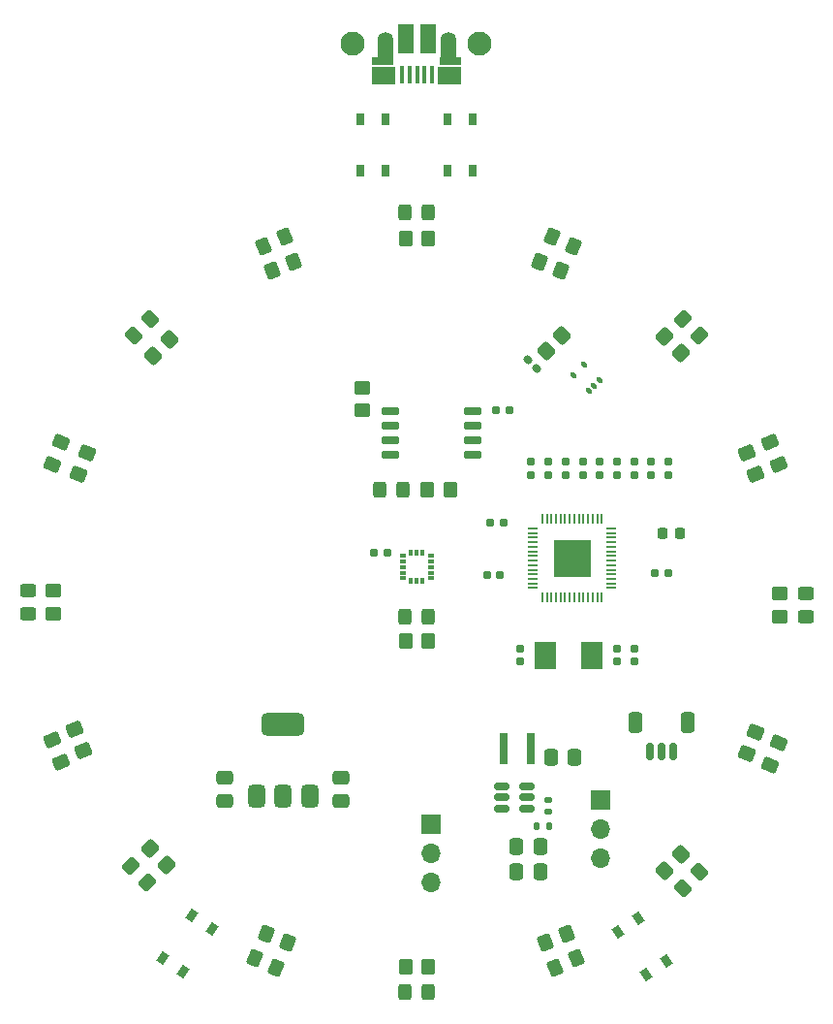
<source format=gbr>
%TF.GenerationSoftware,KiCad,Pcbnew,8.0.6*%
%TF.CreationDate,2024-11-26T17:38:28-05:00*%
%TF.ProjectId,Christmas Ornament 2024,43687269-7374-46d6-9173-204f726e616d,rev?*%
%TF.SameCoordinates,Original*%
%TF.FileFunction,Soldermask,Top*%
%TF.FilePolarity,Negative*%
%FSLAX46Y46*%
G04 Gerber Fmt 4.6, Leading zero omitted, Abs format (unit mm)*
G04 Created by KiCad (PCBNEW 8.0.6) date 2024-11-26 17:38:28*
%MOMM*%
%LPD*%
G01*
G04 APERTURE LIST*
G04 Aperture macros list*
%AMRoundRect*
0 Rectangle with rounded corners*
0 $1 Rounding radius*
0 $2 $3 $4 $5 $6 $7 $8 $9 X,Y pos of 4 corners*
0 Add a 4 corners polygon primitive as box body*
4,1,4,$2,$3,$4,$5,$6,$7,$8,$9,$2,$3,0*
0 Add four circle primitives for the rounded corners*
1,1,$1+$1,$2,$3*
1,1,$1+$1,$4,$5*
1,1,$1+$1,$6,$7*
1,1,$1+$1,$8,$9*
0 Add four rect primitives between the rounded corners*
20,1,$1+$1,$2,$3,$4,$5,0*
20,1,$1+$1,$4,$5,$6,$7,0*
20,1,$1+$1,$6,$7,$8,$9,0*
20,1,$1+$1,$8,$9,$2,$3,0*%
%AMRotRect*
0 Rectangle, with rotation*
0 The origin of the aperture is its center*
0 $1 length*
0 $2 width*
0 $3 Rotation angle, in degrees counterclockwise*
0 Add horizontal line*
21,1,$1,$2,0,0,$3*%
G04 Aperture macros list end*
%ADD10C,2.100000*%
%ADD11RoundRect,0.155000X-0.155000X0.212500X-0.155000X-0.212500X0.155000X-0.212500X0.155000X0.212500X0*%
%ADD12RoundRect,0.250000X0.088388X-0.548008X0.548008X-0.088388X-0.088388X0.548008X-0.548008X0.088388X0*%
%ADD13RoundRect,0.155000X0.155000X-0.212500X0.155000X0.212500X-0.155000X0.212500X-0.155000X-0.212500X0*%
%ADD14RoundRect,0.250000X0.548008X0.088388X0.088388X0.548008X-0.548008X-0.088388X-0.088388X-0.548008X0*%
%ADD15RoundRect,0.250000X0.450000X-0.350000X0.450000X0.350000X-0.450000X0.350000X-0.450000X-0.350000X0*%
%ADD16RoundRect,0.150000X-0.650000X-0.150000X0.650000X-0.150000X0.650000X0.150000X-0.650000X0.150000X0*%
%ADD17R,0.700000X1.000000*%
%ADD18RoundRect,0.135000X-0.185000X0.135000X-0.185000X-0.135000X0.185000X-0.135000X0.185000X0.135000X0*%
%ADD19RoundRect,0.150000X-0.150000X-0.625000X0.150000X-0.625000X0.150000X0.625000X-0.150000X0.625000X0*%
%ADD20RoundRect,0.250000X-0.350000X-0.650000X0.350000X-0.650000X0.350000X0.650000X-0.350000X0.650000X0*%
%ADD21RoundRect,0.250000X0.549685X-0.151150X0.281807X0.495565X-0.549685X0.151150X-0.281807X-0.495565X0*%
%ADD22RoundRect,0.155000X0.212500X0.155000X-0.212500X0.155000X-0.212500X-0.155000X0.212500X-0.155000X0*%
%ADD23RoundRect,0.135000X0.135000X0.185000X-0.135000X0.185000X-0.135000X-0.185000X0.135000X-0.185000X0*%
%ADD24RoundRect,0.155000X-0.212500X-0.155000X0.212500X-0.155000X0.212500X0.155000X-0.212500X0.155000X0*%
%ADD25RoundRect,0.250000X0.472468X0.291374X-0.128053X0.540118X-0.472468X-0.291374X0.128053X-0.540118X0*%
%ADD26RoundRect,0.100000X0.229810X-0.088388X-0.088388X0.229810X-0.229810X0.088388X0.088388X-0.229810X0*%
%ADD27RotRect,1.000000X0.700000X303.750000*%
%ADD28RoundRect,0.150000X-0.512500X-0.150000X0.512500X-0.150000X0.512500X0.150000X-0.512500X0.150000X0*%
%ADD29RoundRect,0.250000X0.540118X-0.128053X0.291374X0.472468X-0.540118X0.128053X-0.291374X-0.472468X0*%
%ADD30RoundRect,0.250000X0.475000X-0.337500X0.475000X0.337500X-0.475000X0.337500X-0.475000X-0.337500X0*%
%ADD31RoundRect,0.250000X-0.472468X-0.291374X0.128053X-0.540118X0.472468X0.291374X-0.128053X0.540118X0*%
%ADD32RoundRect,0.250000X-0.088388X0.548008X-0.548008X0.088388X0.088388X-0.548008X0.548008X-0.088388X0*%
%ADD33R,0.800000X2.700000*%
%ADD34RoundRect,0.250000X-0.337500X-0.475000X0.337500X-0.475000X0.337500X0.475000X-0.337500X0.475000X0*%
%ADD35RoundRect,0.250000X-0.325000X-0.450000X0.325000X-0.450000X0.325000X0.450000X-0.325000X0.450000X0*%
%ADD36RoundRect,0.250000X-0.565685X-0.070711X-0.070711X-0.565685X0.565685X0.070711X0.070711X0.565685X0*%
%ADD37RoundRect,0.250000X-0.281807X0.495565X-0.549685X-0.151150X0.281807X-0.495565X0.549685X0.151150X0*%
%ADD38RoundRect,0.250000X0.070711X-0.565685X0.565685X-0.070711X-0.070711X0.565685X-0.565685X0.070711X0*%
%ADD39RoundRect,0.160000X-0.160000X0.197500X-0.160000X-0.197500X0.160000X-0.197500X0.160000X0.197500X0*%
%ADD40RoundRect,0.050000X-0.387500X-0.050000X0.387500X-0.050000X0.387500X0.050000X-0.387500X0.050000X0*%
%ADD41RoundRect,0.050000X-0.050000X-0.387500X0.050000X-0.387500X0.050000X0.387500X-0.050000X0.387500X0*%
%ADD42R,3.200000X3.200000*%
%ADD43RoundRect,0.250000X0.128053X0.540118X-0.472468X0.291374X-0.128053X-0.540118X0.472468X-0.291374X0*%
%ADD44RoundRect,0.250000X0.350000X0.450000X-0.350000X0.450000X-0.350000X-0.450000X0.350000X-0.450000X0*%
%ADD45RoundRect,0.250000X-0.128053X-0.540118X0.472468X-0.291374X0.128053X0.540118X-0.472468X0.291374X0*%
%ADD46RoundRect,0.250000X-0.548008X-0.088388X-0.088388X-0.548008X0.548008X0.088388X0.088388X0.548008X0*%
%ADD47RoundRect,0.087500X-0.187500X-0.087500X0.187500X-0.087500X0.187500X0.087500X-0.187500X0.087500X0*%
%ADD48RoundRect,0.087500X-0.087500X-0.187500X0.087500X-0.187500X0.087500X0.187500X-0.087500X0.187500X0*%
%ADD49RoundRect,0.250000X0.450000X-0.325000X0.450000X0.325000X-0.450000X0.325000X-0.450000X-0.325000X0*%
%ADD50R,1.900000X2.400000*%
%ADD51RoundRect,0.250000X-0.350000X-0.450000X0.350000X-0.450000X0.350000X0.450000X-0.350000X0.450000X0*%
%ADD52R,1.700000X1.700000*%
%ADD53O,1.700000X1.700000*%
%ADD54RoundRect,0.250000X-0.450000X0.325000X-0.450000X-0.325000X0.450000X-0.325000X0.450000X0.325000X0*%
%ADD55RoundRect,0.250000X0.281807X-0.495565X0.549685X0.151150X-0.281807X0.495565X-0.549685X-0.151150X0*%
%ADD56RoundRect,0.250000X-0.495565X-0.281807X0.151150X-0.549685X0.495565X0.281807X-0.151150X0.549685X0*%
%ADD57RoundRect,0.250000X-0.070711X0.565685X-0.565685X0.070711X0.070711X-0.565685X0.565685X-0.070711X0*%
%ADD58RoundRect,0.375000X0.375000X-0.625000X0.375000X0.625000X-0.375000X0.625000X-0.375000X-0.625000X0*%
%ADD59RoundRect,0.500000X1.400000X-0.500000X1.400000X0.500000X-1.400000X0.500000X-1.400000X-0.500000X0*%
%ADD60RoundRect,0.250000X0.291374X-0.472468X0.540118X0.128053X-0.291374X0.472468X-0.540118X-0.128053X0*%
%ADD61RoundRect,0.250000X-0.151150X-0.549685X0.495565X-0.281807X0.151150X0.549685X-0.495565X0.281807X0*%
%ADD62RoundRect,0.250000X-0.540118X0.128053X-0.291374X-0.472468X0.540118X-0.128053X0.291374X0.472468X0*%
%ADD63RoundRect,0.250000X0.565685X0.070711X0.070711X0.565685X-0.565685X-0.070711X-0.070711X-0.565685X0*%
%ADD64RoundRect,0.250000X0.325000X0.450000X-0.325000X0.450000X-0.325000X-0.450000X0.325000X-0.450000X0*%
%ADD65RoundRect,0.225000X-0.225000X-0.250000X0.225000X-0.250000X0.225000X0.250000X-0.225000X0.250000X0*%
%ADD66RoundRect,0.250000X-0.450000X0.350000X-0.450000X-0.350000X0.450000X-0.350000X0.450000X0.350000X0*%
%ADD67R,0.400000X1.650000*%
%ADD68R,1.825000X0.700000*%
%ADD69R,2.000000X1.500000*%
%ADD70O,1.350000X1.700000*%
%ADD71R,1.350000X2.000000*%
%ADD72O,1.100000X1.500000*%
%ADD73R,1.430000X2.500000*%
%ADD74RoundRect,0.250000X-0.291374X0.472468X-0.540118X-0.128053X0.291374X-0.472468X0.540118X0.128053X0*%
%ADD75RoundRect,0.155000X0.259862X-0.040659X-0.040659X0.259862X-0.259862X0.040659X0.040659X-0.259862X0*%
%ADD76RoundRect,0.250000X0.151150X0.549685X-0.495565X0.281807X-0.151150X-0.549685X0.495565X-0.281807X0*%
%ADD77RoundRect,0.250000X0.495565X0.281807X-0.151150X0.549685X-0.495565X-0.281807X0.151150X-0.549685X0*%
%ADD78RoundRect,0.250000X-0.549685X0.151150X-0.281807X-0.495565X0.549685X-0.151150X0.281807X0.495565X0*%
%ADD79RotRect,1.000000X0.700000X236.250000*%
G04 APERTURE END LIST*
D10*
%TO.C,H2*%
X121400000Y-52750000D03*
%TD*%
%TO.C,H1*%
X132500000Y-52750000D03*
%TD*%
D11*
%TO.C,C13*%
X144500000Y-105567500D03*
X144500000Y-106702500D03*
%TD*%
D12*
%TO.C,D3*%
X102275215Y-78224785D03*
X103724785Y-76775215D03*
%TD*%
D13*
%TO.C,C2*%
X144500000Y-90385000D03*
X144500000Y-89250000D03*
%TD*%
%TO.C,C10*%
X138500000Y-90385000D03*
X138500000Y-89250000D03*
%TD*%
D14*
%TO.C,D6*%
X103474785Y-125974785D03*
X102025215Y-124525215D03*
%TD*%
D15*
%TO.C,R11*%
X95250000Y-102500001D03*
X95250000Y-100499999D03*
%TD*%
D16*
%TO.C,U4*%
X124650000Y-84845000D03*
X124650000Y-86115000D03*
X124650000Y-87385000D03*
X124650000Y-88655000D03*
X131850000Y-88655000D03*
X131850000Y-87385000D03*
X131850000Y-86115000D03*
X131850000Y-84845000D03*
%TD*%
D17*
%TO.C,SW1*%
X129709999Y-63845001D03*
X129709999Y-59345001D03*
X131859999Y-63845001D03*
X131859999Y-59345001D03*
%TD*%
D18*
%TO.C,R3*%
X138520000Y-118790000D03*
X138520000Y-119810000D03*
%TD*%
D19*
%TO.C,J2*%
X147400000Y-114525000D03*
X148400000Y-114525000D03*
X149400000Y-114525000D03*
D20*
X146100000Y-112000000D03*
X150700000Y-112000000D03*
%TD*%
D21*
%TO.C,R13*%
X97882684Y-114423880D03*
X97117316Y-112576120D03*
%TD*%
D22*
%TO.C,C19*%
X124392500Y-97155000D03*
X123257500Y-97155000D03*
%TD*%
D23*
%TO.C,R4*%
X138530000Y-121050000D03*
X137510000Y-121050000D03*
%TD*%
D22*
%TO.C,C9*%
X134567500Y-94567500D03*
X133432500Y-94567500D03*
%TD*%
D24*
%TO.C,C6*%
X147832500Y-99000000D03*
X148967500Y-99000000D03*
%TD*%
D25*
%TO.C,D8*%
X114696977Y-133392251D03*
X112803023Y-132607749D03*
%TD*%
D26*
%TO.C,U6*%
X142042681Y-83041523D03*
X142502298Y-82581903D03*
X142961919Y-82122284D03*
X141618415Y-80778781D03*
X140699177Y-81698020D03*
%TD*%
D27*
%TO.C,SW4*%
X146349583Y-129090066D03*
X148849649Y-132831679D03*
X144561923Y-130284542D03*
X147061990Y-134026156D03*
%TD*%
D28*
%TO.C,U5*%
X134382500Y-117600000D03*
X134382500Y-118550000D03*
X134382500Y-119500000D03*
X136657500Y-119500000D03*
X136657500Y-118550000D03*
X136657500Y-117600000D03*
%TD*%
D29*
%TO.C,D7*%
X95892251Y-115446977D03*
X95107749Y-113553023D03*
%TD*%
D30*
%TO.C,C18*%
X120396000Y-118893500D03*
X120396000Y-116818500D03*
%TD*%
D31*
%TO.C,D16*%
X138803023Y-69607749D03*
X140696977Y-70392251D03*
%TD*%
D32*
%TO.C,D10*%
X151724785Y-125025215D03*
X150275215Y-126474785D03*
%TD*%
D33*
%TO.C,L1*%
X136920000Y-114300000D03*
X134620000Y-114300000D03*
%TD*%
D13*
%TO.C,C12*%
X149000000Y-90385000D03*
X149000000Y-89250000D03*
%TD*%
D34*
%TO.C,C17*%
X135695000Y-125050000D03*
X137770000Y-125050000D03*
%TD*%
D35*
%TO.C,D17*%
X125975000Y-102800000D03*
X128025000Y-102800000D03*
%TD*%
D36*
%TO.C,R18*%
X148644893Y-78286893D03*
X150059107Y-79701107D03*
%TD*%
D37*
%TO.C,R20*%
X156592684Y-112868120D03*
X155827316Y-114715880D03*
%TD*%
D38*
%TO.C,R8*%
X138292892Y-79607107D03*
X139707108Y-78192893D03*
%TD*%
D39*
%TO.C,R2*%
X143000000Y-89220000D03*
X143000000Y-90415000D03*
%TD*%
D40*
%TO.C,U1*%
X137125000Y-95067500D03*
X137125000Y-95467500D03*
X137125000Y-95867500D03*
X137125000Y-96267500D03*
X137125000Y-96667500D03*
X137125000Y-97067500D03*
X137125000Y-97467500D03*
X137125000Y-97867500D03*
X137125000Y-98267500D03*
X137125000Y-98667500D03*
X137125000Y-99067500D03*
X137125000Y-99467500D03*
X137125000Y-99867500D03*
X137125000Y-100267500D03*
D41*
X137962500Y-101105000D03*
X138362500Y-101105000D03*
X138762500Y-101105000D03*
X139162500Y-101105000D03*
X139562500Y-101105000D03*
X139962500Y-101105000D03*
X140362500Y-101105000D03*
X140762500Y-101105000D03*
X141162500Y-101105000D03*
X141562500Y-101105000D03*
X141962500Y-101105000D03*
X142362500Y-101105000D03*
X142762500Y-101105000D03*
X143162500Y-101105000D03*
D40*
X144000000Y-100267500D03*
X144000000Y-99867500D03*
X144000000Y-99467500D03*
X144000000Y-99067500D03*
X144000000Y-98667500D03*
X144000000Y-98267500D03*
X144000000Y-97867500D03*
X144000000Y-97467500D03*
X144000000Y-97067500D03*
X144000000Y-96667500D03*
X144000000Y-96267500D03*
X144000000Y-95867500D03*
X144000000Y-95467500D03*
X144000000Y-95067500D03*
D41*
X143162500Y-94230000D03*
X142762500Y-94230000D03*
X142362500Y-94230000D03*
X141962500Y-94230000D03*
X141562500Y-94230000D03*
X141162500Y-94230000D03*
X140762500Y-94230000D03*
X140362500Y-94230000D03*
X139962500Y-94230000D03*
X139562500Y-94230000D03*
X139162500Y-94230000D03*
X138762500Y-94230000D03*
X138362500Y-94230000D03*
X137962500Y-94230000D03*
D42*
X140562500Y-97667500D03*
%TD*%
D43*
%TO.C,D13*%
X140946977Y-132607749D03*
X139053023Y-133392251D03*
%TD*%
D44*
%TO.C,R23*%
X128000000Y-104902001D03*
X126000000Y-104902001D03*
%TD*%
%TO.C,R24*%
X129900000Y-91700000D03*
X127900000Y-91700000D03*
%TD*%
D45*
%TO.C,D2*%
X113553023Y-70392251D03*
X115446977Y-69607749D03*
%TD*%
D39*
%TO.C,R1*%
X141500000Y-89220000D03*
X141500000Y-90415000D03*
%TD*%
D46*
%TO.C,D12*%
X150275215Y-76775215D03*
X151724785Y-78224785D03*
%TD*%
D47*
%TO.C,U2*%
X125775000Y-97425000D03*
X125775000Y-97925000D03*
X125775000Y-98425000D03*
X125775000Y-98925000D03*
X125775000Y-99425000D03*
D48*
X126500000Y-99650000D03*
X127000000Y-99650000D03*
X127500000Y-99650000D03*
D47*
X128225000Y-99425000D03*
X128225000Y-98925000D03*
X128225000Y-98425000D03*
X128225000Y-97925000D03*
X128225000Y-97425000D03*
D48*
X127500000Y-97200000D03*
X127000000Y-97200000D03*
X126500000Y-97200000D03*
%TD*%
D49*
%TO.C,D5*%
X93000000Y-102525001D03*
X93000000Y-100474999D03*
%TD*%
D35*
%TO.C,D1*%
X125975000Y-67500000D03*
X128025000Y-67500000D03*
%TD*%
D24*
%TO.C,C20*%
X133932500Y-84750000D03*
X135067500Y-84750000D03*
%TD*%
D11*
%TO.C,C14*%
X136000000Y-105567500D03*
X136000000Y-106702500D03*
%TD*%
D50*
%TO.C,Y1*%
X142300000Y-106135000D03*
X138200000Y-106135000D03*
%TD*%
D22*
%TO.C,C8*%
X134267500Y-99100000D03*
X133132500Y-99100000D03*
%TD*%
D51*
%TO.C,R5*%
X125999999Y-69750000D03*
X128000001Y-69750000D03*
%TD*%
D15*
%TO.C,R6*%
X122250000Y-84750000D03*
X122250000Y-82750000D03*
%TD*%
D52*
%TO.C,J4*%
X128270000Y-120904000D03*
D53*
X128270000Y-123444000D03*
X128270000Y-125984000D03*
%TD*%
D35*
%TO.C,D18*%
X123775000Y-91700000D03*
X125825000Y-91700000D03*
%TD*%
D54*
%TO.C,D11*%
X161000000Y-100724999D03*
X161000000Y-102775001D03*
%TD*%
D52*
%TO.C,J5*%
X143020000Y-118760000D03*
D53*
X143020000Y-121300000D03*
X143020000Y-123840000D03*
%TD*%
D34*
%TO.C,C16*%
X135695000Y-122800000D03*
X137770000Y-122800000D03*
%TD*%
D55*
%TO.C,R10*%
X97407316Y-90331880D03*
X98172684Y-88484120D03*
%TD*%
D44*
%TO.C,R15*%
X128000001Y-133350000D03*
X125999999Y-133350000D03*
%TD*%
D30*
%TO.C,C3*%
X110236000Y-118893500D03*
X110236000Y-116818500D03*
%TD*%
D56*
%TO.C,R22*%
X137760120Y-71753317D03*
X139607880Y-72518683D03*
%TD*%
D57*
%TO.C,R16*%
X150059107Y-123498893D03*
X148644893Y-124913107D03*
%TD*%
D58*
%TO.C,U3*%
X113016000Y-118466000D03*
X115316000Y-118466001D03*
D59*
X115316000Y-112165999D03*
D58*
X117616000Y-118466001D03*
%TD*%
D60*
%TO.C,D4*%
X95107749Y-89446977D03*
X95892251Y-87553023D03*
%TD*%
D38*
%TO.C,R9*%
X103940893Y-79955107D03*
X105355107Y-78540893D03*
%TD*%
D61*
%TO.C,R7*%
X114392120Y-72518683D03*
X116239880Y-71753317D03*
%TD*%
D13*
%TO.C,C4*%
X146000000Y-90385000D03*
X146000000Y-89250000D03*
%TD*%
D62*
%TO.C,D15*%
X157857749Y-87553023D03*
X158642251Y-89446977D03*
%TD*%
D13*
%TO.C,C1*%
X140000000Y-90385000D03*
X140000000Y-89250000D03*
%TD*%
D34*
%TO.C,C15*%
X138732500Y-115050000D03*
X140807500Y-115050000D03*
%TD*%
D63*
%TO.C,R12*%
X105101107Y-124405107D03*
X103686893Y-122990893D03*
%TD*%
D64*
%TO.C,D9*%
X128025001Y-135500000D03*
X125974999Y-135500000D03*
%TD*%
D65*
%TO.C,C21*%
X148475000Y-95500000D03*
X150025000Y-95500000D03*
%TD*%
D66*
%TO.C,R17*%
X158750000Y-100749999D03*
X158750000Y-102750001D03*
%TD*%
D67*
%TO.C,J1*%
X128325000Y-55440000D03*
X127675000Y-55440000D03*
X127025000Y-55439999D03*
X126374999Y-55440001D03*
X125725000Y-55440000D03*
D68*
X129975000Y-54240000D03*
D69*
X129874999Y-55539999D03*
D70*
X129755000Y-52560000D03*
D71*
X129754999Y-53490000D03*
D72*
X129444999Y-55559999D03*
D73*
X127985000Y-52290000D03*
X126065000Y-52290000D03*
D72*
X124605000Y-55560000D03*
D70*
X124295000Y-52560000D03*
D71*
X124275000Y-53490000D03*
D69*
X124125000Y-55560000D03*
D68*
X124025000Y-54240000D03*
%TD*%
D13*
%TO.C,C5*%
X147500000Y-90385000D03*
X147500000Y-89250000D03*
%TD*%
D11*
%TO.C,C7*%
X146000000Y-105567500D03*
X146000000Y-106702500D03*
%TD*%
D74*
%TO.C,D14*%
X158642251Y-113803023D03*
X157857749Y-115696977D03*
%TD*%
D75*
%TO.C,C22*%
X137501283Y-81101283D03*
X136698717Y-80298717D03*
%TD*%
D17*
%TO.C,SW2*%
X122089999Y-63845001D03*
X122089999Y-59345001D03*
X124239999Y-63845001D03*
X124239999Y-59345001D03*
%TD*%
D76*
%TO.C,R19*%
X140115880Y-130427316D03*
X138268120Y-131192684D03*
%TD*%
D13*
%TO.C,C11*%
X137000000Y-90385000D03*
X137000000Y-89250000D03*
%TD*%
D77*
%TO.C,R14*%
X115673880Y-131192684D03*
X113826120Y-130427316D03*
%TD*%
D78*
%TO.C,R21*%
X155827316Y-88484120D03*
X156592684Y-90331880D03*
%TD*%
D79*
%TO.C,SW3*%
X109098650Y-130058319D03*
X106598584Y-133799932D03*
X107310990Y-128863843D03*
X104810923Y-132605458D03*
%TD*%
M02*

</source>
